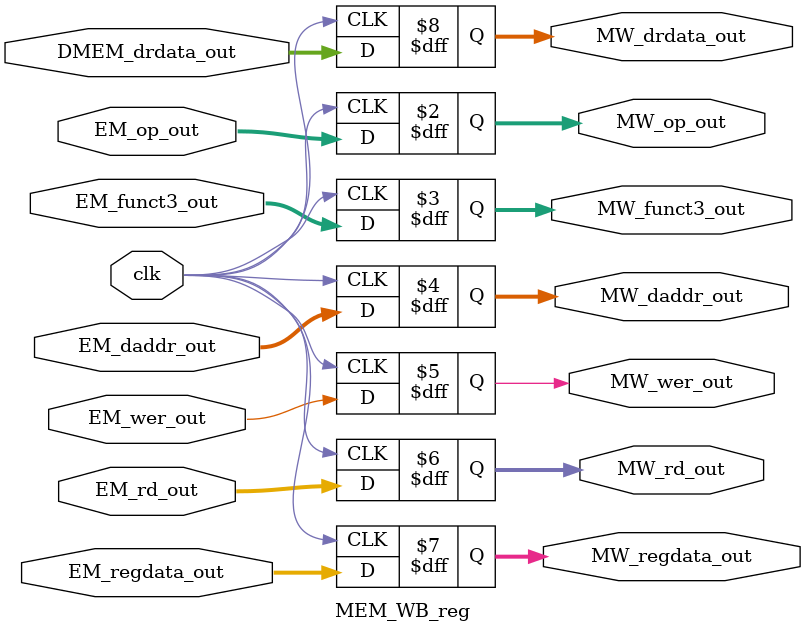
<source format=sv>
module MEM_WB_reg(
    input clk,
    input [6:0] EM_op_out,
    input  [2:0] EM_funct3_out,
    input  [31:0] EM_daddr_out,
    input  EM_wer_out,
    input  [4:0] EM_rd_out,
    input  [31:0] EM_regdata_out,
    input [31:0] DMEM_drdata_out,
    output reg [6:0] MW_op_out,
    output reg [2:0] MW_funct3_out,
    output reg [31:0] MW_daddr_out,
    output reg MW_wer_out,
    output reg [4:0] MW_rd_out,
    output reg [31:0] MW_regdata_out,
    output reg [31:0] MW_drdata_out
);
    always@(posedge clk)
    begin
        MW_funct3_out = EM_funct3_out;
        MW_op_out = EM_op_out;
        MW_daddr_out = EM_daddr_out;
        MW_wer_out = EM_wer_out;
        MW_rd_out = EM_rd_out;
        MW_regdata_out = EM_regdata_out;
        MW_drdata_out = DMEM_drdata_out;
    end
endmodule
</source>
